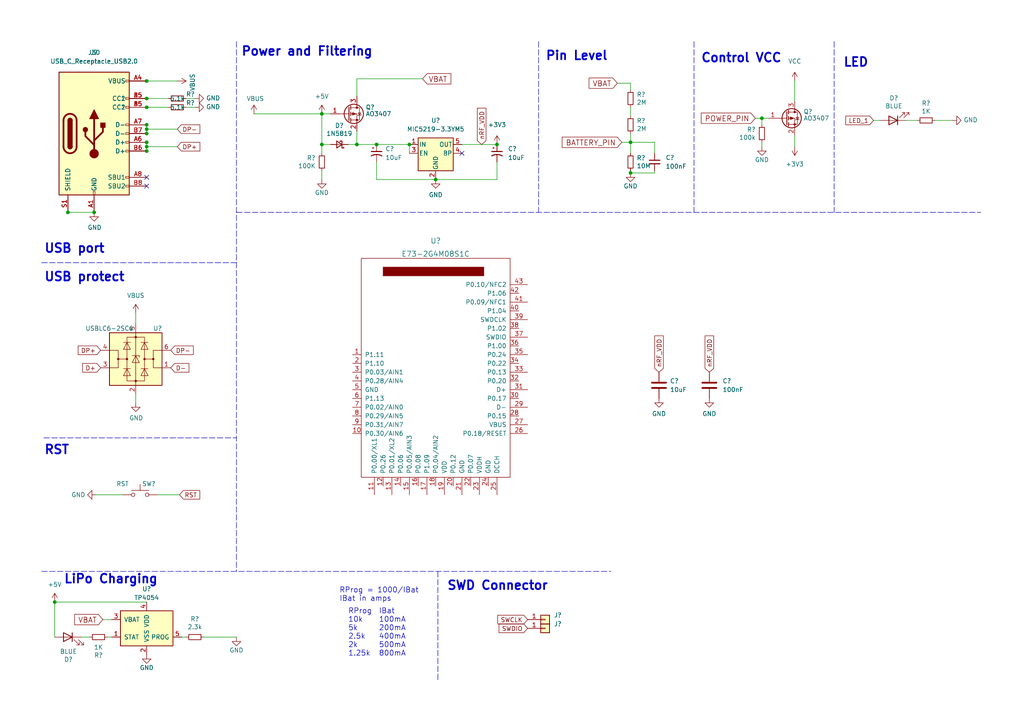
<source format=kicad_sch>
(kicad_sch (version 20211123) (generator eeschema)
  (paper "A4")
  (lib_symbols
    (symbol "Battery_Management:MCP73831-3-OT" (pin_names (offset 1.016))
      (property "Reference" "U" (at -7.62 6.35 0))
      (property "Value" "MCP73831-3-OT" (at 1.27 6.35 0))
      (symbol "MCP73831-3-OT_0_1"
        (rectangle (start -7.62 5.08) (end 7.62 -5.08) (stroke (width 0.254)) (fill (type background)))
      )
      (symbol "MCP73831-3-OT_1_1"
        (pin output line (at 10.16 -2.54 180) (length 2.54) (name "STAT") (number "1"))
        (pin power_in line (at 0 -7.62 90) (length 2.54) (name "VSS") (number "2"))
        (pin power_out line (at 10.16 2.54 180) (length 2.54) (name "VBAT") (number "3"))
        (pin power_in line (at 0 7.62 270) (length 2.54) (name "VDD") (number "4"))
        (pin input line (at -10.16 -2.54 0) (length 2.54) (name "PROG") (number "5"))
      )
    )
    (symbol "Connector:USB_C_Receptacle_USB2.0" (pin_names (offset 1.016))
      (property "Reference" "J" (at -10.16 19.05 0))
      (property "Value" "USB_C_Receptacle_USB2.0" (at 19.05 19.05 0))
      (symbol "USB_C_Receptacle_USB2.0_0_0"
        (rectangle (start -0.254 -17.78) (end 0.254 -16.764))
        (rectangle (start 10.16 -14.986) (end 9.144 -15.494))
        (rectangle (start 10.16 -12.446) (end 9.144 -12.954))
        (rectangle (start 10.16 -4.826) (end 9.144 -5.334))
        (rectangle (start 10.16 -2.286) (end 9.144 -2.794))
        (rectangle (start 10.16 0.254) (end 9.144 -0.254))
        (rectangle (start 10.16 2.794) (end 9.144 2.286))
        (rectangle (start 10.16 7.874) (end 9.144 7.366))
        (rectangle (start 10.16 10.414) (end 9.144 9.906))
        (rectangle (start 10.16 15.494) (end 9.144 14.986))
      )
      (symbol "USB_C_Receptacle_USB2.0_0_1"
        (rectangle (start -10.16 17.78) (end 10.16 -17.78) (stroke (width 0.254)) (fill (type background)))
        (arc (start -8.89 -3.81) (mid -6.985 -5.715) (end -5.08 -3.81) (stroke (width 0.508)))
        (arc (start -7.62 -3.81) (mid -6.985 -4.445) (end -6.35 -3.81) (stroke (width 0.254)))
        (arc (start -7.62 -3.81) (mid -6.985 -4.445) (end -6.35 -3.81) (stroke (width 0.254)) (fill (type outline)))
        (rectangle (start -7.62 -3.81) (end -6.35 3.81) (stroke (width 0.254)) (fill (type outline)))
        (arc (start -6.35 3.81) (mid -6.985 4.445) (end -7.62 3.81) (stroke (width 0.254)))
        (arc (start -6.35 3.81) (mid -6.985 4.445) (end -7.62 3.81) (stroke (width 0.254)) (fill (type outline)))
        (arc (start -5.08 3.81) (mid -6.985 5.715) (end -8.89 3.81) (stroke (width 0.508)))
        (circle (center -2.54 1.143) (radius 0.635) (stroke (width 0.254)) (fill (type outline)))
        (circle (center 0 -5.842) (radius 1.27) (fill (type outline)))
        (polyline (pts (xy -8.89 -3.81) (xy -8.89 3.81)) (stroke (width 0.508)))
        (polyline (pts (xy -5.08 3.81) (xy -5.08 -3.81)) (stroke (width 0.508)))
        (polyline (pts (xy 0 -5.842) (xy 0 4.318)) (stroke (width 0.508)))
        (polyline (pts (xy 0 -3.302) (xy -2.54 -0.762) (xy -2.54 0.508)) (stroke (width 0.508)))
        (polyline (pts (xy 0 -2.032) (xy 2.54 0.508) (xy 2.54 1.778)) (stroke (width 0.508)))
        (polyline (pts (xy -1.27 4.318) (xy 0 6.858) (xy 1.27 4.318) (xy -1.27 4.318)) (stroke (width 0.254)) (fill (type outline)))
        (rectangle (start 1.905 1.778) (end 3.175 3.048) (stroke (width 0.254)) (fill (type outline)))
      )
      (symbol "USB_C_Receptacle_USB2.0_1_1"
        (pin passive line (at 0 -22.86 90) (length 5.08) (name "GND") (number "A1"))
        (pin passive line (at 0 -22.86 90) (length 5.08) hide (name "GND") (number "A12"))
        (pin passive line (at 15.24 15.24 180) (length 5.08) (name "VBUS") (number "A4"))
        (pin bidirectional line (at 15.24 10.16 180) (length 5.08) (name "CC1") (number "A5"))
        (pin bidirectional line (at 15.24 -2.54 180) (length 5.08) (name "D+") (number "A6"))
        (pin bidirectional line (at 15.24 2.54 180) (length 5.08) (name "D-") (number "A7"))
        (pin bidirectional line (at 15.24 -12.7 180) (length 5.08) (name "SBU1") (number "A8"))
        (pin passive line (at 15.24 15.24 180) (length 5.08) hide (name "VBUS") (number "A9"))
        (pin passive line (at 0 -22.86 90) (length 5.08) hide (name "GND") (number "B1"))
        (pin passive line (at 0 -22.86 90) (length 5.08) hide (name "GND") (number "B12"))
        (pin passive line (at 15.24 15.24 180) (length 5.08) hide (name "VBUS") (number "B4"))
        (pin bidirectional line (at 15.24 7.62 180) (length 5.08) (name "CC2") (number "B5"))
        (pin bidirectional line (at 15.24 -5.08 180) (length 5.08) (name "D+") (number "B6"))
        (pin bidirectional line (at 15.24 0 180) (length 5.08) (name "D-") (number "B7"))
        (pin bidirectional line (at 15.24 -15.24 180) (length 5.08) (name "SBU2") (number "B8"))
        (pin passive line (at 15.24 15.24 180) (length 5.08) hide (name "VBUS") (number "B9"))
        (pin passive line (at -7.62 -22.86 90) (length 5.08) (name "SHIELD") (number "S1"))
      )
    )
    (symbol "Connector_Generic:Conn_01x01" (pin_names (offset 1.016) hide)
      (property "Reference" "J" (at 0 2.54 0))
      (property "Value" "Conn_01x01" (at 0 -2.54 0))
      (symbol "Conn_01x01_1_1"
        (rectangle (start -1.27 0.127) (end 0 -0.127) (stroke (width 0.1524)))
        (rectangle (start -1.27 1.27) (end 1.27 -1.27) (stroke (width 0.254)) (fill (type background)))
        (pin passive line (at -5.08 0 0) (length 3.81) (name "Pin_1") (number "1"))
      )
    )
    (symbol "Device:C" (pin_numbers hide) (pin_names (offset 0.254))
      (property "Reference" "C" (at 0.635 2.54 0))
      (property "Value" "C" (at 0.635 -2.54 0))
      (symbol "C_0_1"
        (polyline (pts (xy -2.032 -0.762) (xy 2.032 -0.762)) (stroke (width 0.508)))
        (polyline (pts (xy -2.032 0.762) (xy 2.032 0.762)) (stroke (width 0.508)))
      )
      (symbol "C_1_1"
        (pin passive line (at 0 3.81 270) (length 2.794) (name "~") (number "1"))
        (pin passive line (at 0 -3.81 90) (length 2.794) (name "~") (number "2"))
      )
    )
    (symbol "Device:C_Polarized_Small_US" (pin_numbers hide) (pin_names (offset 0.254) hide)
      (property "Reference" "C" (at 0.254 1.778 0))
      (property "Value" "C_Polarized_Small_US" (at 0.254 -2.032 0))
      (symbol "C_Polarized_Small_US_0_1"
        (polyline (pts (xy -1.524 0.508) (xy 1.524 0.508)) (stroke (width 0.3048)))
        (polyline (pts (xy -1.27 1.524) (xy -0.762 1.524)))
        (polyline (pts (xy -1.016 1.27) (xy -1.016 1.778)))
        (arc (start 1.524 -0.762) (mid 0 -0.3734) (end -1.524 -0.762) (stroke (width 0.3048)))
      )
      (symbol "C_Polarized_Small_US_1_1"
        (pin passive line (at 0 2.54 270) (length 2.032) (name "~") (number "1"))
        (pin passive line (at 0 -2.54 90) (length 2.032) (name "~") (number "2"))
      )
    )
    (symbol "Device:C_Small" (pin_numbers hide) (pin_names (offset 0.254) hide)
      (property "Reference" "C" (at 0.254 1.778 0))
      (property "Value" "C_Small" (at 0.254 -2.032 0))
      (symbol "C_Small_0_1"
        (polyline (pts (xy -1.524 -0.508) (xy 1.524 -0.508)) (stroke (width 0.3302)))
        (polyline (pts (xy -1.524 0.508) (xy 1.524 0.508)) (stroke (width 0.3048)))
      )
      (symbol "C_Small_1_1"
        (pin passive line (at 0 2.54 270) (length 2.032) (name "~") (number "1"))
        (pin passive line (at 0 -2.54 90) (length 2.032) (name "~") (number "2"))
      )
    )
    (symbol "Device:D_Schottky_Small" (pin_numbers hide) (pin_names (offset 0.254) hide)
      (property "Reference" "D" (at -1.27 2.032 0))
      (property "Value" "D_Schottky_Small" (at -7.112 -2.032 0))
      (symbol "D_Schottky_Small_0_1"
        (polyline (pts (xy -0.762 0) (xy 0.762 0)))
        (polyline (pts (xy 0.762 -1.016) (xy -0.762 0) (xy 0.762 1.016) (xy 0.762 -1.016)) (stroke (width 0.254)))
        (polyline (pts (xy -1.27 0.762) (xy -1.27 1.016) (xy -0.762 1.016) (xy -0.762 -1.016) (xy -0.254 -1.016) (xy -0.254 -0.762)) (stroke (width 0.254)))
      )
      (symbol "D_Schottky_Small_1_1"
        (pin passive line (at -2.54 0 0) (length 1.778) (name "K") (number "1"))
        (pin passive line (at 2.54 0 180) (length 1.778) (name "A") (number "2"))
      )
    )
    (symbol "Device:LED" (pin_numbers hide) (pin_names (offset 1.016) hide)
      (property "Reference" "D" (at 0 2.54 0))
      (property "Value" "LED" (at 0 -2.54 0))
      (symbol "LED_0_1"
        (polyline (pts (xy -1.27 -1.27) (xy -1.27 1.27)) (stroke (width 0.254)))
        (polyline (pts (xy -1.27 0) (xy 1.27 0)))
        (polyline (pts (xy 1.27 -1.27) (xy 1.27 1.27) (xy -1.27 0) (xy 1.27 -1.27)) (stroke (width 0.254)))
        (polyline (pts (xy -3.048 -0.762) (xy -4.572 -2.286) (xy -3.81 -2.286) (xy -4.572 -2.286) (xy -4.572 -1.524)))
        (polyline (pts (xy -1.778 -0.762) (xy -3.302 -2.286) (xy -2.54 -2.286) (xy -3.302 -2.286) (xy -3.302 -1.524)))
      )
      (symbol "LED_1_1"
        (pin passive line (at -3.81 0 0) (length 2.54) (name "K") (number "1"))
        (pin passive line (at 3.81 0 180) (length 2.54) (name "A") (number "2"))
      )
    )
    (symbol "Device:Q_PMOS_GSD" (pin_names (offset 0) hide)
      (property "Reference" "Q" (at 5.08 1.27 0))
      (property "Value" "Q_PMOS_GSD" (at 5.08 -1.27 0))
      (symbol "Q_PMOS_GSD_0_1"
        (polyline (pts (xy 0.254 0) (xy -2.54 0)))
        (polyline (pts (xy 0.254 1.905) (xy 0.254 -1.905)) (stroke (width 0.254)))
        (polyline (pts (xy 0.762 -1.27) (xy 0.762 -2.286)) (stroke (width 0.254)))
        (polyline (pts (xy 0.762 0.508) (xy 0.762 -0.508)) (stroke (width 0.254)))
        (polyline (pts (xy 0.762 2.286) (xy 0.762 1.27)) (stroke (width 0.254)))
        (polyline (pts (xy 2.54 2.54) (xy 2.54 1.778)))
        (polyline (pts (xy 2.54 -2.54) (xy 2.54 0) (xy 0.762 0)))
        (polyline (pts (xy 0.762 1.778) (xy 3.302 1.778) (xy 3.302 -1.778) (xy 0.762 -1.778)))
        (polyline (pts (xy 2.286 0) (xy 1.27 0.381) (xy 1.27 -0.381) (xy 2.286 0)) (fill (type outline)))
        (polyline (pts (xy 2.794 -0.508) (xy 2.921 -0.381) (xy 3.683 -0.381) (xy 3.81 -0.254)))
        (polyline (pts (xy 3.302 -0.381) (xy 2.921 0.254) (xy 3.683 0.254) (xy 3.302 -0.381)))
        (circle (center 1.651 0) (radius 2.794) (stroke (width 0.254)))
        (circle (center 2.54 -1.778) (radius 0.254) (fill (type outline)))
        (circle (center 2.54 1.778) (radius 0.254) (fill (type outline)))
      )
      (symbol "Q_PMOS_GSD_1_1"
        (pin input line (at -5.08 0 0) (length 2.54) (name "G") (number "1"))
        (pin passive line (at 2.54 -5.08 90) (length 2.54) (name "S") (number "2"))
        (pin passive line (at 2.54 5.08 270) (length 2.54) (name "D") (number "3"))
      )
    )
    (symbol "Device:R_Small" (pin_numbers hide) (pin_names (offset 0.254) hide)
      (property "Reference" "R" (at 0.762 0.508 0))
      (property "Value" "R_Small" (at 0.762 -1.016 0))
      (symbol "R_Small_0_1"
        (rectangle (start -0.762 1.778) (end 0.762 -1.778) (stroke (width 0.2032)))
      )
      (symbol "R_Small_1_1"
        (pin passive line (at 0 2.54 270) (length 0.762) (name "~") (number "1"))
        (pin passive line (at 0 -2.54 90) (length 0.762) (name "~") (number "2"))
      )
    )
    (symbol "Power_Protection:USBLC6-2SC6" (pin_names hide)
      (property "Reference" "U" (at 2.54 8.89 0))
      (property "Value" "USBLC6-2SC6" (at 2.54 -8.89 0))
      (symbol "USBLC6-2SC6_0_1"
        (rectangle (start -7.62 -7.62) (end 7.62 7.62) (stroke (width 0.254)) (fill (type background)))
        (circle (center -5.08 0) (radius 0.254) (fill (type outline)))
        (circle (center -2.54 0) (radius 0.254) (fill (type outline)))
        (rectangle (start -2.54 6.35) (end 2.54 -6.35))
        (circle (center 0 -6.35) (radius 0.254) (fill (type outline)))
        (polyline (pts (xy -5.08 -2.54) (xy -7.62 -2.54)))
        (polyline (pts (xy -5.08 0) (xy -5.08 -2.54)))
        (polyline (pts (xy -5.08 2.54) (xy -7.62 2.54)))
        (polyline (pts (xy -1.524 -2.794) (xy -3.556 -2.794)))
        (polyline (pts (xy -1.524 4.826) (xy -3.556 4.826)))
        (polyline (pts (xy 0 -7.62) (xy 0 -6.35)))
        (polyline (pts (xy 0 -6.35) (xy 0 1.27)))
        (polyline (pts (xy 0 1.27) (xy 0 6.35)))
        (polyline (pts (xy 0 6.35) (xy 0 7.62)))
        (polyline (pts (xy 1.524 -2.794) (xy 3.556 -2.794)))
        (polyline (pts (xy 1.524 4.826) (xy 3.556 4.826)))
        (polyline (pts (xy 5.08 -2.54) (xy 7.62 -2.54)))
        (polyline (pts (xy 5.08 0) (xy 5.08 -2.54)))
        (polyline (pts (xy 5.08 2.54) (xy 7.62 2.54)))
        (polyline (pts (xy -2.54 0) (xy -5.08 0) (xy -5.08 2.54)))
        (polyline (pts (xy 2.54 0) (xy 5.08 0) (xy 5.08 2.54)))
        (polyline (pts (xy -3.556 -4.826) (xy -1.524 -4.826) (xy -2.54 -2.794) (xy -3.556 -4.826)))
        (polyline (pts (xy -3.556 2.794) (xy -1.524 2.794) (xy -2.54 4.826) (xy -3.556 2.794)))
        (polyline (pts (xy -1.016 -1.016) (xy 1.016 -1.016) (xy 0 1.016) (xy -1.016 -1.016)))
        (polyline (pts (xy 1.016 1.016) (xy 0.762 1.016) (xy -1.016 1.016) (xy -1.016 0.508)))
        (polyline (pts (xy 3.556 -4.826) (xy 1.524 -4.826) (xy 2.54 -2.794) (xy 3.556 -4.826)))
        (polyline (pts (xy 3.556 2.794) (xy 1.524 2.794) (xy 2.54 4.826) (xy 3.556 2.794)))
        (circle (center 0 6.35) (radius 0.254) (fill (type outline)))
        (circle (center 2.54 0) (radius 0.254) (fill (type outline)))
        (circle (center 5.08 0) (radius 0.254) (fill (type outline)))
      )
      (symbol "USBLC6-2SC6_1_1"
        (pin passive line (at -10.16 -2.54 0) (length 2.54) (name "I/O1") (number "1"))
        (pin passive line (at 0 -10.16 90) (length 2.54) (name "GND") (number "2"))
        (pin passive line (at 10.16 -2.54 180) (length 2.54) (name "I/O2") (number "3"))
        (pin passive line (at 10.16 2.54 180) (length 2.54) (name "I/O2") (number "4"))
        (pin passive line (at 0 10.16 270) (length 2.54) (name "VBUS") (number "5"))
        (pin passive line (at -10.16 2.54 0) (length 2.54) (name "I/O1") (number "6"))
      )
    )
    (symbol "Regulator_Linear:MIC5219-3.3YM5" (pin_names (offset 0.254))
      (property "Reference" "U" (at -3.81 5.715 0))
      (property "Value" "MIC5219-3.3YM5" (at 0 5.715 0))
      (symbol "MIC5219-3.3YM5_0_1"
        (rectangle (start -5.08 4.445) (end 5.08 -5.08) (stroke (width 0.254)) (fill (type background)))
      )
      (symbol "MIC5219-3.3YM5_1_1"
        (pin power_in line (at -7.62 2.54 0) (length 2.54) (name "IN") (number "1"))
        (pin power_in line (at 0 -7.62 90) (length 2.54) (name "GND") (number "2"))
        (pin input line (at -7.62 0 0) (length 2.54) (name "EN") (number "3"))
        (pin input line (at 7.62 0 180) (length 2.54) (name "BP") (number "4"))
        (pin power_out line (at 7.62 2.54 180) (length 2.54) (name "OUT") (number "5"))
      )
    )
    (symbol "Switch:SW_Push" (pin_numbers hide) (pin_names (offset 1.016) hide)
      (property "Reference" "SW" (at 1.27 2.54 0))
      (property "Value" "SW_Push" (at 0 -1.524 0))
      (symbol "SW_Push_0_1"
        (circle (center -2.032 0) (radius 0.508))
        (polyline (pts (xy 0 1.27) (xy 0 3.048)))
        (polyline (pts (xy 2.54 1.27) (xy -2.54 1.27)))
        (circle (center 2.032 0) (radius 0.508))
        (pin passive line (at -5.08 0 0) (length 2.54) (name "1") (number "1"))
        (pin passive line (at 5.08 0 180) (length 2.54) (name "2") (number "2"))
      )
    )
    (symbol "USB_C_Receptacle_USB2.0_1" (pin_names (offset 1.016))
      (property "Reference" "J30" (at 0 23.495 0))
      (property "Value" "USB_C_Receptacle_USB2.0" (at 0 20.955 0))
      (symbol "USB_C_Receptacle_USB2.0_1_0_0"
        (rectangle (start -0.254 -17.78) (end 0.254 -16.764))
        (rectangle (start 10.16 -14.986) (end 9.144 -15.494))
        (rectangle (start 10.16 -12.446) (end 9.144 -12.954))
        (rectangle (start 10.16 -4.826) (end 9.144 -5.334))
        (rectangle (start 10.16 -2.286) (end 9.144 -2.794))
        (rectangle (start 10.16 0.254) (end 9.144 -0.254))
        (rectangle (start 10.16 2.794) (end 9.144 2.286))
        (rectangle (start 10.16 7.874) (end 9.144 7.366))
        (rectangle (start 10.16 10.414) (end 9.144 9.906))
        (rectangle (start 10.16 15.494) (end 9.144 14.986))
      )
      (symbol "USB_C_Receptacle_USB2.0_1_0_1"
        (rectangle (start -10.16 17.78) (end 10.16 -17.78) (stroke (width 0.254)) (fill (type background)))
        (arc (start -8.89 -3.81) (mid -6.985 -5.715) (end -5.08 -3.81) (stroke (width 0.508)))
        (arc (start -7.62 -3.81) (mid -6.985 -4.445) (end -6.35 -3.81) (stroke (width 0.254)))
        (arc (start -7.62 -3.81) (mid -6.985 -4.445) (end -6.35 -3.81) (stroke (width 0.254)) (fill (type outline)))
        (rectangle (start -7.62 -3.81) (end -6.35 3.81) (stroke (width 0.254)) (fill (type outline)))
        (arc (start -6.35 3.81) (mid -6.985 4.445) (end -7.62 3.81) (stroke (width 0.254)))
        (arc (start -6.35 3.81) (mid -6.985 4.445) (end -7.62 3.81) (stroke (width 0.254)) (fill (type outline)))
        (arc (start -5.08 3.81) (mid -6.985 5.715) (end -8.89 3.81) (stroke (width 0.508)))
        (circle (center -2.54 1.143) (radius 0.635) (stroke (width 0.254)) (fill (type outline)))
        (circle (center 0 -5.842) (radius 1.27) (fill (type outline)))
        (polyline (pts (xy -8.89 -3.81) (xy -8.89 3.81)) (stroke (width 0.508)))
        (polyline (pts (xy -5.08 3.81) (xy -5.08 -3.81)) (stroke (width 0.508)))
        (polyline (pts (xy 0 -5.842) (xy 0 4.318)) (stroke (width 0.508)))
        (polyline (pts (xy 0 -3.302) (xy -2.54 -0.762) (xy -2.54 0.508)) (stroke (width 0.508)))
        (polyline (pts (xy 0 -2.032) (xy 2.54 0.508) (xy 2.54 1.778)) (stroke (width 0.508)))
        (polyline (pts (xy -1.27 4.318) (xy 0 6.858) (xy 1.27 4.318) (xy -1.27 4.318)) (stroke (width 0.254)) (fill (type outline)))
        (rectangle (start 1.905 1.778) (end 3.175 3.048) (stroke (width 0.254)) (fill (type outline)))
      )
      (symbol "USB_C_Receptacle_USB2.0_1_1_1"
        (pin passive line (at 0 -22.86 90) (length 5.08) (name "GND") (number "A1"))
        (pin passive line (at 0 -22.86 90) (length 5.08) hide (name "GND") (number "A12"))
        (pin passive line (at 15.24 15.24 180) (length 5.08) (name "VBUS") (number "A4"))
        (pin bidirectional line (at 15.24 7.62 180) (length 5.08) (name "CC1") (number "A5"))
        (pin bidirectional line (at 15.24 -2.54 180) (length 5.08) (name "D+") (number "A6"))
        (pin bidirectional line (at 15.24 2.54 180) (length 5.08) (name "D-") (number "A7"))
        (pin passive line (at 15.24 15.24 180) (length 5.08) hide (name "VBUS") (number "A9"))
        (pin passive line (at 0 -22.86 90) (length 5.08) hide (name "GND") (number "B1"))
        (pin passive line (at 0 -22.86 90) (length 5.08) hide (name "GND") (number "B12"))
        (pin passive line (at 15.24 15.24 180) (length 5.08) hide (name "VBUS") (number "B4"))
        (pin bidirectional line (at 15.24 10.16 180) (length 5.08) (name "CC2") (number "B5"))
        (pin bidirectional line (at 15.24 -5.08 180) (length 5.08) (name "D+") (number "B6"))
        (pin bidirectional line (at 15.24 0 180) (length 5.08) (name "D-") (number "B7"))
        (pin passive line (at 15.24 15.24 180) (length 5.08) hide (name "VBUS") (number "B9"))
        (pin passive line (at -7.62 -22.86 90) (length 5.08) (name "SHIELD") (number "S1"))
      )
    )
    (symbol "keeb_parts:R_Small" (pin_numbers hide) (pin_names (offset 0.254) hide)
      (property "Reference" "R" (at 0.762 0.508 0))
      (property "Value" "keeb_parts_R_Small" (at 0.762 -1.016 0))
      (symbol "R_Small_0_1"
        (rectangle (start -0.762 1.778) (end 0.762 -1.778) (stroke (width 0.2032)))
      )
      (symbol "R_Small_1_1"
        (pin passive line (at 0 2.54 270) (length 0.762) (name "~") (number "1"))
        (pin passive line (at 0 -2.54 90) (length 0.762) (name "~") (number "2"))
      )
    )
    (symbol "keeb_power:GND" (power) (pin_names (offset 0))
      (property "Value" "keeb_power_GND" (at 0 -3.81 0))
      (symbol "GND_0_1"
        (polyline (pts (xy 0 0) (xy 0 -1.27) (xy 1.27 -1.27) (xy 0 -2.54) (xy -1.27 -1.27) (xy 0 -1.27)))
      )
      (symbol "GND_1_1"
        (pin power_in line (at 0 0 270) (length 0) hide (name "GND") (number "1"))
      )
    )
    (symbol "keeb_power:VBUS" (power) (pin_names (offset 0))
      (property "Value" "keeb_power_VBUS" (at 0 3.81 0))
      (symbol "VBUS_0_1"
        (polyline (pts (xy -0.762 1.27) (xy 0 2.54)))
        (polyline (pts (xy 0 0) (xy 0 2.54)))
        (polyline (pts (xy 0 2.54) (xy 0.762 1.27)))
      )
      (symbol "VBUS_1_1"
        (pin power_in line (at 0 0 90) (length 0) hide (name "VBUS") (number "1"))
      )
    )
    (symbol "kien242:E73-2G4M08S1C" (pin_names (offset 1.016))
      (property "Reference" "U" (at 0 15.24 0))
      (property "Value" "E73-2G4M08S1C" (at -1.27 17.78 0))
      (symbol "E73-2G4M08S1C_0_1"
        (rectangle (start -15.24 30.48) (end 13.97 27.94) (fill (type outline)))
        (rectangle (start 21.59 -30.48) (end -21.59 33.02))
      )
      (symbol "E73-2G4M08S1C_1_1"
        (pin input line (at -24.13 5.08 0) (length 2.54) (name "P1.11") (number "1"))
        (pin input line (at -24.13 -17.78 0) (length 2.54) (name "P0.30/AIN6") (number "10"))
        (pin input line (at -17.78 -35.56 90) (length 5.08) (name "P0.00/XL1") (number "11"))
        (pin input line (at -15.24 -33.02 90) (length 2.54) (name "P0.26") (number "12"))
        (pin input line (at -12.7 -35.56 90) (length 5.08) (name "P0.01/XL2") (number "13"))
        (pin input line (at -10.16 -33.02 90) (length 2.54) (name "P0.06") (number "14"))
        (pin input line (at -7.62 -35.56 90) (length 5.08) (name "P0.05/AIN3") (number "15"))
        (pin input line (at -5.08 -33.02 90) (length 2.54) (name "P0.08") (number "16"))
        (pin input line (at -2.54 -35.56 90) (length 5.08) (name "P1.09") (number "17"))
        (pin input line (at 0 -33.02 90) (length 2.54) (name "P0.04/AIN2") (number "18"))
        (pin input line (at 2.54 -35.56 90) (length 5.08) (name "VDD") (number "19"))
        (pin input line (at -24.13 2.54 0) (length 2.54) (name "P1.10") (number "2"))
        (pin input line (at 5.08 -33.02 90) (length 2.54) (name "P0.12") (number "20"))
        (pin input line (at 7.62 -35.56 90) (length 5.08) (name "GND") (number "21"))
        (pin input line (at 10.16 -33.02 90) (length 2.54) (name "P0.07") (number "22"))
        (pin input line (at 12.7 -35.56 90) (length 5.08) (name "VDDH") (number "23"))
        (pin input line (at 15.24 -33.02 90) (length 2.54) (name "GND") (number "24"))
        (pin input line (at 17.78 -35.56 90) (length 5.08) (name "DCCH") (number "25"))
        (pin input line (at 26.67 -17.78 180) (length 5.08) (name "P0.18/RESET") (number "26"))
        (pin input line (at 26.67 -15.24 180) (length 5.08) (name "VBUS") (number "27"))
        (pin input line (at 24.13 -12.7 180) (length 2.54) (name "P0.15") (number "28"))
        (pin input line (at 26.67 -10.16 180) (length 5.08) (name "D-") (number "29"))
        (pin input line (at -24.13 0 0) (length 2.54) (name "P0.03/AIN1") (number "3"))
        (pin input line (at 24.13 -7.62 180) (length 2.54) (name "P0.17") (number "30"))
        (pin input line (at 26.67 -5.08 180) (length 5.08) (name "D+") (number "31"))
        (pin input line (at 24.13 -2.54 180) (length 2.54) (name "P0.20") (number "32"))
        (pin input line (at 26.67 0 180) (length 5.08) (name "P0.13") (number "33"))
        (pin input line (at 24.13 2.54 180) (length 2.54) (name "P0.22") (number "34"))
        (pin input line (at 26.67 5.08 180) (length 5.08) (name "P0.24") (number "35"))
        (pin input line (at 24.13 7.62 180) (length 2.54) (name "P1.00") (number "36"))
        (pin input line (at 26.67 10.16 180) (length 5.08) (name "SWDIO") (number "37"))
        (pin input line (at 24.13 12.7 180) (length 2.54) (name "P1.02") (number "38"))
        (pin input line (at 26.67 15.24 180) (length 5.08) (name "SWDCLK") (number "39"))
        (pin input line (at -24.13 -2.54 0) (length 2.54) (name "P0.28/AIN4") (number "4"))
        (pin input line (at 24.13 17.78 180) (length 2.54) (name "P1.04") (number "40"))
        (pin input line (at 26.67 20.32 180) (length 5.08) (name "P0.09/NFC1") (number "41"))
        (pin input line (at 24.13 22.86 180) (length 2.54) (name "P1.06") (number "42"))
        (pin input line (at 26.67 25.4 180) (length 5.08) (name "P0.10/NFC2") (number "43"))
        (pin input line (at -24.13 -5.08 0) (length 2.54) (name "GND") (number "5"))
        (pin input line (at -24.13 -7.62 0) (length 2.54) (name "P1.13") (number "6"))
        (pin input line (at -24.13 -10.16 0) (length 2.54) (name "P0.02/AIN0") (number "7"))
        (pin input line (at -24.13 -12.7 0) (length 2.54) (name "P0.29/AIN5") (number "8"))
        (pin input line (at -24.13 -15.24 0) (length 2.54) (name "P0.31/AIN7") (number "9"))
      )
    )
    (symbol "power:+3.3V" (power) (pin_names (offset 0))
      (property "Value" "+3.3V" (at 0 3.556 0))
      (symbol "+3.3V_0_1"
        (polyline (pts (xy -0.762 1.27) (xy 0 2.54)))
        (polyline (pts (xy 0 0) (xy 0 2.54)))
        (polyline (pts (xy 0 2.54) (xy 0.762 1.27)))
      )
      (symbol "+3.3V_1_1"
        (pin power_in line (at 0 0 90) (length 0) hide (name "+3V3") (number "1"))
      )
    )
    (symbol "power:+5V" (power) (pin_names (offset 0))
      (property "Value" "+5V" (at 0 3.556 0))
      (symbol "+5V_0_1"
        (polyline (pts (xy -0.762 1.27) (xy 0 2.54)))
        (polyline (pts (xy 0 0) (xy 0 2.54)))
        (polyline (pts (xy 0 2.54) (xy 0.762 1.27)))
      )
      (symbol "+5V_1_1"
        (pin power_in line (at 0 0 90) (length 0) hide (name "+5V") (number "1"))
      )
    )
    (symbol "power:GND" (power) (pin_names (offset 0))
      (property "Value" "GND" (at 0 -3.81 0))
      (symbol "GND_0_1"
        (polyline (pts (xy 0 0) (xy 0 -1.27) (xy 1.27 -1.27) (xy 0 -2.54) (xy -1.27 -1.27) (xy 0 -1.27)))
      )
      (symbol "GND_1_1"
        (pin power_in line (at 0 0 270) (length 0) hide (name "GND") (number "1"))
      )
    )
    (symbol "power:VBUS" (power) (pin_names (offset 0))
      (property "Value" "VBUS" (at 0 3.81 0))
      (symbol "VBUS_0_1"
        (polyline (pts (xy -0.762 1.27) (xy 0 2.54)))
        (polyline (pts (xy 0 0) (xy 0 2.54)))
        (polyline (pts (xy 0 2.54) (xy 0.762 1.27)))
      )
      (symbol "VBUS_1_1"
        (pin power_in line (at 0 0 90) (length 0) hide (name "VBUS") (number "1"))
      )
    )
    (symbol "power:VCC" (power) (pin_names (offset 0))
      (property "Value" "VCC" (at 0 3.81 0))
      (symbol "VCC_0_1"
        (polyline (pts (xy -0.762 1.27) (xy 0 2.54)))
        (polyline (pts (xy 0 0) (xy 0 2.54)))
        (polyline (pts (xy 0 2.54) (xy 0.762 1.27)))
      )
      (symbol "VCC_1_1"
        (pin power_in line (at 0 0 90) (length 0) hide (name "VCC") (number "1"))
      )
    )
  )
  (junction (at 93.345 33.02) (diameter 0.9144))
  (junction (at 42.545 42.545))
  (junction (at 42.545 23.495))
  (junction (at 42.545 31.115))
  (junction (at 126.365 52.07))
  (junction (at 93.345 41.91) (diameter 0.9144))
  (junction (at 144.145 41.91))
  (junction (at 42.545 37.465))
  (junction (at 182.88 50.165))
  (junction (at 182.88 41.275) (diameter 0.9144))
  (junction (at 42.545 38.735))
  (junction (at 103.505 41.91) (diameter 0.9144))
  (junction (at 109.22 41.91))
  (junction (at 42.545 36.195))
  (junction (at 27.305 61.595))
  (junction (at 42.545 41.275))
  (junction (at 118.745 41.91))
  (junction (at 42.545 43.815))
  (junction (at 19.685 61.595))
  (junction (at 15.875 174.625) (diameter 0.9144))
  (junction (at 42.545 28.575))
  (junction (at 220.98 34.29) (diameter 0.9144))
  (no_connect (at 42.545 53.975))
  (no_connect (at 42.545 51.435))
  (no_connect (at 133.985 44.45))
  (wire (pts (xy 42.545 28.575) (xy 48.895 28.575)))
  (polyline (pts (xy 201.295 12.065) (xy 201.295 61.595)))
  (wire (pts (xy 59.055 184.785) (xy 68.58 184.785)))
  (wire (pts (xy 253.365 34.925) (xy 255.27 34.925)))
  (wire (pts (xy 133.985 41.91) (xy 144.145 41.91)))
  (wire (pts (xy 182.88 41.275) (xy 189.865 41.275)))
  (wire (pts (xy 179.07 24.13) (xy 182.88 24.13)))
  (polyline (pts (xy 12.7 127) (xy 68.58 127)))
  (wire (pts (xy 182.88 31.115) (xy 182.88 33.655)))
  (wire (pts (xy 19.685 61.595) (xy 27.305 61.595)))
  (wire (pts (xy 56.515 31.115) (xy 53.975 31.115)))
  (wire (pts (xy 51.435 23.495) (xy 42.545 23.495)))
  (wire (pts (xy 103.505 41.91) (xy 109.22 41.91)))
  (wire (pts (xy 109.22 52.07) (xy 126.365 52.07)))
  (wire (pts (xy 93.345 41.91) (xy 95.885 41.91)))
  (wire (pts (xy 73.66 33.02) (xy 93.345 33.02)))
  (wire (pts (xy 103.505 22.86) (xy 122.555 22.86)))
  (wire (pts (xy 39.37 116.84) (xy 39.37 114.3)))
  (wire (pts (xy 42.545 37.465) (xy 42.545 38.735)))
  (wire (pts (xy 31.115 184.785) (xy 32.385 184.785)))
  (wire (pts (xy 15.875 174.625) (xy 15.875 184.785)))
  (wire (pts (xy 220.98 34.29) (xy 222.885 34.29)))
  (wire (pts (xy 42.545 41.275) (xy 42.545 42.545)))
  (polyline (pts (xy 12.065 165.735) (xy 177.165 165.735)))
  (wire (pts (xy 262.89 34.925) (xy 266.065 34.925)))
  (wire (pts (xy 23.495 184.785) (xy 26.035 184.785)))
  (polyline (pts (xy 127 165.735) (xy 127 197.485)))
  (wire (pts (xy 230.505 23.495) (xy 230.505 29.21)))
  (wire (pts (xy 182.88 41.275) (xy 182.88 44.45)))
  (wire (pts (xy 144.145 52.07) (xy 126.365 52.07)))
  (wire (pts (xy 93.345 33.02) (xy 95.885 33.02)))
  (wire (pts (xy 93.345 41.91) (xy 93.345 33.02)))
  (wire (pts (xy 42.545 42.545) (xy 42.545 43.815)))
  (wire (pts (xy 219.075 34.29) (xy 220.98 34.29)))
  (wire (pts (xy 144.145 46.99) (xy 144.145 52.07)))
  (polyline (pts (xy 68.58 12.065) (xy 68.58 165.735)))
  (polyline (pts (xy 12.065 76.2) (xy 68.58 76.2)))
  (wire (pts (xy 271.145 34.925) (xy 276.225 34.925)))
  (wire (pts (xy 42.545 42.545) (xy 51.435 42.545)))
  (wire (pts (xy 53.975 28.575) (xy 56.515 28.575)))
  (wire (pts (xy 118.745 41.91) (xy 118.745 44.45)))
  (wire (pts (xy 42.545 31.115) (xy 48.895 31.115)))
  (wire (pts (xy 182.88 50.165) (xy 189.865 50.165)))
  (wire (pts (xy 51.435 37.465) (xy 42.545 37.465)))
  (wire (pts (xy 182.88 38.735) (xy 182.88 41.275)))
  (wire (pts (xy 230.505 42.545) (xy 230.505 39.37)))
  (wire (pts (xy 93.345 44.45) (xy 93.345 41.91)))
  (wire (pts (xy 39.37 90.805) (xy 39.37 93.98)))
  (wire (pts (xy 109.22 41.91) (xy 118.745 41.91)))
  (polyline (pts (xy 241.935 12.065) (xy 241.935 61.595)))
  (wire (pts (xy 182.88 24.13) (xy 182.88 26.035)))
  (wire (pts (xy 27.94 143.51) (xy 35.56 143.51)))
  (wire (pts (xy 52.07 143.51) (xy 45.72 143.51)))
  (wire (pts (xy 180.34 41.275) (xy 182.88 41.275)))
  (wire (pts (xy 42.545 36.195) (xy 42.545 37.465)))
  (wire (pts (xy 109.22 46.99) (xy 109.22 52.07)))
  (wire (pts (xy 100.965 41.91) (xy 103.505 41.91)))
  (wire (pts (xy 29.845 179.705) (xy 32.385 179.705)))
  (wire (pts (xy 93.345 52.07) (xy 93.345 49.53)))
  (wire (pts (xy 103.505 38.1) (xy 103.505 41.91)))
  (wire (pts (xy 220.98 42.545) (xy 220.98 41.275)))
  (wire (pts (xy 103.505 22.86) (xy 103.505 27.94)))
  (wire (pts (xy 189.865 50.165) (xy 189.865 49.53)))
  (wire (pts (xy 220.98 36.195) (xy 220.98 34.29)))
  (wire (pts (xy 15.875 174.625) (xy 42.545 174.625)))
  (wire (pts (xy 182.88 50.165) (xy 182.88 49.53)))
  (wire (pts (xy 52.705 184.785) (xy 53.975 184.785)))
  (polyline (pts (xy 156.21 12.065) (xy 156.21 61.595)))
  (polyline (pts (xy 68.58 61.595) (xy 284.48 61.595)))
  (wire (pts (xy 189.865 41.275) (xy 189.865 44.45)))
  (text "SWD Connector" (at 129.54 171.45 0) (effects (font (size 2.54 2.54) (thickness 0.508) bold) (justify left bottom)))
  (text "Pin Level" (at 158.115 17.78 0) (effects (font (size 2.54 2.54) (thickness 0.508) bold) (justify left bottom)))
  (text "IBat\n100mA\n200mA\n400mA\n500mA\n800mA" (at 109.855 190.5 0) (effects (font (size 1.524 1.524)) (justify left bottom)))
  (text "USB port\n" (at 12.7 73.66 0) (effects (font (size 2.54 2.54) (thickness 0.508) bold) (justify left bottom)))
  (text "RProg\n10k\n5k\n2.5k\n2k\n1.25k" (at 100.965 190.5 0) (effects (font (size 1.524 1.524)) (justify left bottom)))
  (text "USB protect\n" (at 12.7 81.915 0) (effects (font (size 2.54 2.54) (thickness 0.508) bold) (justify left bottom)))
  (text "LED \n" (at 244.475 19.685 0) (effects (font (size 2.54 2.54) (thickness 0.508) bold) (justify left bottom)))
  (text "Power and Filtering" (at 69.85 16.51 0) (effects (font (size 2.54 2.54) (thickness 0.508) bold) (justify left bottom)))
  (text "Control VCC\n" (at 203.2 18.415 0) (effects (font (size 2.54 2.54) (thickness 0.508) bold) (justify left bottom)))
  (text "LiPo Charging\n" (at 18.415 169.545 0) (effects (font (size 2.54 2.54) (thickness 0.508) bold) (justify left bottom)))
  (text "RProg = 1000/IBat\nIBat in amps" (at 98.425 174.625 0) (effects (font (size 1.524 1.524)) (justify left bottom)))
  (text "RST" (at 12.7 132.08 0) (effects (font (size 2.54 2.54) (thickness 0.508) bold) (justify left bottom)))
  (global_label "DP+" (shape input) (at 51.435 42.545 0) (property "Intersheet References" "${INTERSHEET_REFS}" (effects hide)))
  (global_label "VBAT" (shape input) (at 122.555 22.86 0) (effects (font (size 1.524 1.524))) (property "Intersheet References" "${INTERSHEET_REFS}" (effects hide)))
  (global_label "VBAT" (shape input) (at 29.845 179.705 180) (effects (font (size 1.524 1.524))) (property "Intersheet References" "${INTERSHEET_REFS}" (effects hide)))
  (global_label "nRF_VDD" (shape input) (at 205.74 107.95 90) (property "Intersheet References" "${INTERSHEET_REFS}" (effects hide)))
  (global_label "nRF_VDD" (shape input) (at 191.135 107.95 90) (property "Intersheet References" "${INTERSHEET_REFS}" (effects hide)))
  (global_label "DP+" (shape input) (at 29.21 101.6 180) (property "Intersheet References" "${INTERSHEET_REFS}" (effects hide)))
  (global_label "VBAT" (shape input) (at 179.07 24.13 180) (effects (font (size 1.524 1.524))) (property "Intersheet References" "${INTERSHEET_REFS}" (effects hide)))
  (global_label "SWDIO" (shape input) (at 153.035 182.245 180) (property "Intersheet References" "${INTERSHEET_REFS}" (effects hide)))
  (global_label "SWCLK" (shape input) (at 153.035 179.705 180) (property "Intersheet References" "${INTERSHEET_REFS}" (effects hide)))
  (global_label "LED_1" (shape input) (at 253.365 34.925 180) (property "Intersheet References" "${INTERSHEET_REFS}" (effects hide)))
  (global_label "nRF_VDD" (shape input) (at 139.7 41.91 90) (property "Intersheet References" "${INTERSHEET_REFS}" (effects hide)))
  (global_label "DP-" (shape input) (at 49.53 101.6 0) (property "Intersheet References" "${INTERSHEET_REFS}" (effects hide)))
  (global_label "D+" (shape input) (at 29.21 106.68 180) (property "Intersheet References" "${INTERSHEET_REFS}" (effects hide)))
  (global_label "D-" (shape input) (at 49.53 106.68 0) (property "Intersheet References" "${INTERSHEET_REFS}" (effects hide)))
  (global_label "POWER_PIN" (shape input) (at 219.075 34.29 180) (effects (font (size 1.524 1.524))) (property "Intersheet References" "${INTERSHEET_REFS}" (effects hide)))
  (global_label "RST" (shape input) (at 52.07 143.51 0) (property "Intersheet References" "${INTERSHEET_REFS}" (effects hide)))
  (global_label "BATTERY_PIN" (shape input) (at 180.34 41.275 180) (effects (font (size 1.524 1.524))) (property "Intersheet References" "${INTERSHEET_REFS}" (effects hide)))
  (global_label "DP-" (shape input) (at 51.435 37.465 0) (property "Intersheet References" "${INTERSHEET_REFS}" (effects hide)))
  (symbol (lib_id "power:VBUS") (at 39.37 90.805 0) (unit 1)
    (property "Reference" "#PWR?" (effects hide))
    (property "Value" "VBUS" (at 39.37 85.725 0))
  )
  (symbol (lib_id "Device:R_Small") (at 56.515 184.785 90) (mirror x) (unit 1)
    (property "Reference" "R?" (at 56.515 179.5272 90))
    (property "Value" "2.3k" (at 56.515 181.8386 90))
    (property "Footprint" "Resistor_SMD:R_0603_1608Metric" (effects hide))
  )
  (symbol (lib_id "keeb_power:GND") (at 56.515 28.575 90) (unit 1)
    (property "Reference" "#PWR?" (effects hide))
    (property "Value" "GND" (at 59.7662 28.448 90) (effects (justify right)))
  )
  (symbol (lib_id "Device:C") (at 205.74 111.76 0) (unit 1)
    (property "Reference" "C?" (at 209.55 110.4899 0) (effects (justify left)))
    (property "Value" "100nF" (at 209.55 113.0299 0) (effects (justify left)))
    (property "Footprint" "Capacitor_SMD:C_0603_1608Metric" (effects hide))
  )
  (symbol (lib_id "Device:R_Small") (at 182.88 46.99 0) (unit 1)
    (property "Reference" "R?" (at 184.658 45.8216 0) (effects (justify left)))
    (property "Value" "10M" (at 184.658 48.133 0) (effects (justify left)))
    (property "Footprint" "Resistor_SMD:R_0603_1608Metric" (effects hide))
  )
  (symbol (lib_id "power:+5V") (at 15.875 174.625 0) (unit 1)
    (property "Reference" "#PWR?" (effects hide))
    (property "Value" "+5V" (at 15.875 169.545 0))
  )
  (symbol (lib_id "Device:Q_PMOS_GSD") (at 227.965 34.29 0) (unit 1)
    (property "Reference" "Q?" (at 233.045 32.385 0) (effects (justify left)))
    (property "Value" "AO3407" (at 233.045 34.29 0) (effects (justify left)))
    (property "Footprint" "Package_TO_SOT_SMD:SOT-23" (effects hide))
  )
  (symbol (lib_id "Connector_Generic:Conn_01x01") (at 158.115 179.705 0) (unit 1)
    (property "Reference" "J?" (at 160.655 178.4349 0) (effects (justify left)))
    (property "Value" " " (at 160.655 180.9749 0) (effects (justify left)))
    (property "Footprint" "TestPoint:TestPoint_Pad_1.5x1.5mm" (effects hide))
  )
  (symbol (lib_id "Device:R_Small") (at 93.345 46.99 0) (mirror y) (unit 1)
    (property "Reference" "R?" (at 91.567 45.8216 0) (effects (justify left)))
    (property "Value" "100K" (at 91.567 48.133 0) (effects (justify left)))
    (property "Footprint" "Resistor_SMD:R_0603_1608Metric" (effects hide))
  )
  (symbol (lib_id "power:VCC") (at 230.505 23.495 0) (unit 1)
    (property "Reference" "#PWR?" (effects hide))
    (property "Value" "VCC" (at 230.505 17.78 0))
  )
  (symbol (lib_id "Battery_Management:MCP73831-3-OT") (at 42.545 182.245 0) (mirror y) (unit 1)
    (property "Reference" "U?" (at 42.545 170.815 0))
    (property "Value" "TP4054" (at 42.545 173.355 0))
    (property "Footprint" "Library:SOT-23-5" (effects hide))
    (property "Datasheet" "http://ww1.microchip.com/downloads/en/DeviceDoc/20001984g.pdf" (effects hide))
  )
  (symbol (lib_id "power:GND") (at 93.345 52.07 0) (unit 1)
    (property "Reference" "#PWR?" (effects hide))
    (property "Value" "GND" (at 93.345 55.88 0))
  )
  (symbol (lib_id "Device:R_Small") (at 182.88 28.575 0) (unit 1)
    (property "Reference" "R?" (at 184.658 27.4066 0) (effects (justify left)))
    (property "Value" "2M" (at 184.658 29.718 0) (effects (justify left)))
    (property "Footprint" "Resistor_SMD:R_0603_1608Metric" (effects hide))
  )
  (symbol (lib_id "Power_Protection:USBLC6-2SC6") (at 39.37 104.14 0) (mirror y) (unit 1)
    (property "Reference" "U?" (at 45.72 95.25 0))
    (property "Value" "USBLC6-2SC6" (at 31.75 95.25 0))
    (property "Footprint" "Library:SOT-23-6" (effects hide))
    (property "Datasheet" "https://www.st.com/resource/en/datasheet/usblc6-2.pdf" (effects hide))
  )
  (symbol (lib_id "power:GND") (at 220.98 42.545 0) (unit 1)
    (property "Reference" "#PWR?" (effects hide))
    (property "Value" "GND" (at 220.98 46.355 0))
  )
  (symbol (lib_name "USB_C_Receptacle_USB2.0_1") (lib_id "Connector:USB_C_Receptacle_USB2.0") (at 27.305 38.735 0) (unit 1)
    (property "Reference" "J30" (at 27.305 15.24 0))
    (property "Value" "USB_C_Receptacle_USB2.0" (at 27.305 17.78 0))
    (property "Footprint" "kien242:USB-C-16pin-hight-v2" (effects hide))
    (property "Datasheet" "https://www.usb.org/sites/default/files/documents/usb_type-c.zip" (effects hide))
  )
  (symbol (lib_id "Device:D_Schottky_Small") (at 98.425 41.91 180) (unit 1)
    (property "Reference" "D?" (at 98.425 36.4236 0))
    (property "Value" "1N5819" (at 98.425 38.735 0))
    (property "Footprint" "Diode_SMD:D_SOD-323_HandSoldering" (effects hide))
  )
  (symbol (lib_id "keeb_power:VBUS") (at 73.66 33.02 0) (unit 1)
    (property "Reference" "#PWR?" (effects hide))
    (property "Value" "VBUS" (at 74.041 28.6258 0))
  )
  (symbol (lib_id "power:GND") (at 182.88 50.165 0) (unit 1)
    (property "Reference" "#PWR?" (effects hide))
    (property "Value" "GND" (at 182.88 53.975 0))
  )
  (symbol (lib_id "power:+5V") (at 93.345 33.02 0) (unit 1)
    (property "Reference" "#PWR?" (effects hide))
    (property "Value" "+5V" (at 93.345 27.94 0))
  )
  (symbol (lib_id "power:GND") (at 27.94 143.51 270) (unit 1)
    (property "Reference" "#PWR?" (effects hide))
    (property "Value" "GND" (at 24.765 143.5099 90) (effects (justify right)))
  )
  (symbol (lib_id "Device:Q_PMOS_GSD") (at 100.965 33.02 0) (unit 1)
    (property "Reference" "Q?" (at 106.045 31.115 0) (effects (justify left)))
    (property "Value" "AO3407" (at 106.045 33.02 0) (effects (justify left)))
    (property "Footprint" "Package_TO_SOT_SMD:SOT-23" (effects hide))
  )
  (symbol (lib_id "Device:LED") (at 259.08 34.925 180) (unit 1)
    (property "Reference" "D?" (at 259.2578 28.448 0))
    (property "Value" "BLUE" (at 259.2578 30.7594 0))
    (property "Footprint" "LED_SMD:LED_0603_1608Metric" (effects hide))
    (property "LCSC Part Number" "C375446" (effects hide))
    (property "LCSC" "C375446" (effects hide))
  )
  (symbol (lib_id "Device:C") (at 191.135 111.76 0) (unit 1)
    (property "Reference" "C?" (at 194.31 110.4899 0) (effects (justify left)))
    (property "Value" "10uF" (at 194.31 113.0299 0) (effects (justify left)))
    (property "Footprint" "Capacitor_SMD:C_0603_1608Metric" (effects hide))
  )
  (symbol (lib_id "keeb_parts:R_Small") (at 51.435 31.115 270) (unit 1)
    (property "Reference" "R?" (at 55.245 29.845 90))
    (property "Value" "5.1k" (at 51.435 31.115 90))
    (property "Footprint" "Resistor_SMD:R_0603_1608Metric" (effects hide))
  )
  (symbol (lib_id "Device:R_Small") (at 182.88 36.195 0) (unit 1)
    (property "Reference" "R?" (at 184.658 35.0266 0) (effects (justify left)))
    (property "Value" "2M" (at 184.658 37.338 0) (effects (justify left)))
    (property "Footprint" "Resistor_SMD:R_0603_1608Metric" (effects hide))
  )
  (symbol (lib_id "power:+3.3V") (at 230.505 42.545 180) (unit 1)
    (property "Reference" "#PWR?" (effects hide))
    (property "Value" "+3.3V" (at 230.505 47.625 0))
  )
  (symbol (lib_id "Connector_Generic:Conn_01x01") (at 158.115 182.245 0) (unit 1)
    (property "Reference" "J?" (at 160.655 180.9749 0) (effects (justify left)))
    (property "Value" " " (at 160.655 183.5149 0) (effects (justify left)))
    (property "Footprint" "TestPoint:TestPoint_Pad_D1.5mm" (effects hide))
  )
  (symbol (lib_id "Device:R_Small") (at 220.98 38.735 0) (mirror y) (unit 1)
    (property "Reference" "R?" (at 219.202 37.5666 0) (effects (justify left)))
    (property "Value" "100k" (at 219.202 39.878 0) (effects (justify left)))
    (property "Footprint" "Resistor_SMD:R_0603_1608Metric" (effects hide))
  )
  (symbol (lib_id "power:GND") (at 276.225 34.925 90) (unit 1)
    (property "Reference" "#PWR?" (effects hide))
    (property "Value" "GND" (at 279.4762 34.798 90) (effects (justify right)))
  )
  (symbol (lib_id "keeb_power:GND") (at 39.37 116.84 0) (unit 1)
    (property "Reference" "#PWR?" (effects hide))
    (property "Value" "GND" (at 39.497 121.2342 0))
  )
  (symbol (lib_id "power:GND") (at 205.74 115.57 0) (unit 1)
    (property "Reference" "#PWR?" (effects hide))
    (property "Value" "GND" (at 205.74 120.015 0))
  )
  (symbol (lib_id "power:+3.3V") (at 144.145 41.91 0) (unit 1)
    (property "Reference" "#PWR?" (effects hide))
    (property "Value" "+3.3V" (at 144.145 36.195 0))
  )
  (symbol (lib_id "keeb_power:GND") (at 56.515 31.115 90) (unit 1)
    (property "Reference" "#PWR?" (effects hide))
    (property "Value" "GND" (at 59.7662 30.988 90) (effects (justify right)))
  )
  (symbol (lib_id "kien242:E73-2G4M08S1C") (at 126.365 107.95 0) (unit 1)
    (property "Reference" "U?" (at 126.365 69.85 0) (effects (font (size 1.524 1.524))))
    (property "Value" "E73-2G4M08S1C" (at 126.365 73.66 0) (effects (font (size 1.524 1.524))))
    (property "Footprint" "kien242:E73-2G4M08S1C" (effects hide))
  )
  (symbol (lib_id "Device:C_Polarized_Small_US") (at 144.145 44.45 0) (unit 1)
    (property "Reference" "C?" (at 147.32 43.1799 0) (effects (justify left)))
    (property "Value" "10uF" (at 147.32 45.7199 0) (effects (justify left)))
    (property "Footprint" "Capacitor_Tantalum_SMD:CP_EIA-3216-12_Kemet-S" (effects hide))
  )
  (symbol (lib_id "Regulator_Linear:MIC5219-3.3YM5") (at 126.365 44.45 0) (unit 1)
    (property "Reference" "U?" (at 126.365 34.925 0))
    (property "Value" "MIC5219-3.3YM5" (at 126.365 37.465 0))
    (property "Footprint" "Library:SOT-23-5" (effects hide))
    (property "Datasheet" "http://ww1.microchip.com/downloads/en/DeviceDoc/MIC5219-500mA-Peak-Output-LDO-Regulator-DS20006021A.pdf" (effects hide))
  )
  (symbol (lib_id "power:GND") (at 191.135 115.57 0) (unit 1)
    (property "Reference" "#PWR?" (effects hide))
    (property "Value" "GND" (at 191.135 120.015 0))
  )
  (symbol (lib_id "keeb_parts:R_Small") (at 51.435 28.575 90) (mirror x) (unit 1)
    (property "Reference" "R?" (at 55.245 27.305 90))
    (property "Value" "5.1k" (at 51.435 28.575 90))
    (property "Footprint" "Resistor_SMD:R_0603_1608Metric" (effects hide))
  )
  (symbol (lib_id "power:GND") (at 42.545 189.865 0) (unit 1)
    (property "Reference" "#PWR?" (effects hide))
    (property "Value" "GND" (at 42.545 193.675 0))
  )
  (symbol (lib_id "power:GND") (at 126.365 52.07 0) (unit 1)
    (property "Reference" "#PWR?" (effects hide))
    (property "Value" "GND" (at 126.365 56.515 0))
  )
  (symbol (lib_id "Connector:USB_C_Receptacle_USB2.0") (at 27.305 38.735 0) (unit 1)
    (property "Reference" "J?" (at 27.305 15.24 0))
    (property "Value" "USB_C_Receptacle_USB2.0" (at 27.305 17.78 0))
    (property "Footprint" "kien242:USB-C-Low" (effects hide))
    (property "Datasheet" "https://www.usb.org/sites/default/files/documents/usb_type-c.zip" (effects hide))
  )
  (symbol (lib_id "Device:LED") (at 19.685 184.785 0) (mirror y) (unit 1)
    (property "Reference" "D?" (at 19.8628 191.262 0))
    (property "Value" "BLUE" (at 19.8628 188.9506 0))
    (property "Footprint" "LED_SMD:LED_0603_1608Metric" (effects hide))
    (property "LCSC Part Number" "C375446" (effects hide))
    (property "LCSC" "C375446" (effects hide))
  )
  (symbol (lib_id "power:GND") (at 68.58 184.785 0) (unit 1)
    (property "Reference" "#PWR?" (effects hide))
    (property "Value" "GND" (at 68.58 188.595 0))
  )
  (symbol (lib_id "Switch:SW_Push") (at 40.64 143.51 0) (unit 1)
    (property "Reference" "SW?" (at 43.18 140.335 0))
    (property "Value" "RST" (at 35.56 140.335 0))
    (property "Footprint" "Button_Switch_SMD:SW_SPST_B3U-1000P" (effects hide))
  )
  (symbol (lib_id "Device:R_Small") (at 268.605 34.925 270) (unit 1)
    (property "Reference" "R?" (at 268.605 29.9466 90))
    (property "Value" "1K" (at 268.605 32.258 90))
    (property "Footprint" "Resistor_SMD:R_0603_1608Metric" (effects hide))
    (property "LCSC Part Number" "C21190" (effects hide))
    (property "LCSC" "C21190" (effects hide))
  )
  (symbol (lib_id "keeb_power:VBUS") (at 51.435 23.495 270) (unit 1)
    (property "Reference" "#PWR?" (effects hide))
    (property "Value" "VBUS" (at 55.8292 23.876 0))
  )
  (symbol (lib_id "Device:R_Small") (at 28.575 184.785 90) (mirror x) (unit 1)
    (property "Reference" "R?" (at 28.575 190.0428 90))
    (property "Value" "1K" (at 28.575 187.7314 90))
    (property "Footprint" "Resistor_SMD:R_0603_1608Metric" (effects hide))
  )
  (symbol (lib_id "keeb_power:GND") (at 27.305 61.595 0) (unit 1)
    (property "Reference" "#PWR?" (effects hide))
    (property "Value" "GND" (at 27.432 65.9892 0))
  )
  (symbol (lib_id "Device:C_Small") (at 189.865 46.99 0) (unit 1)
    (property "Reference" "C?" (at 193.04 45.7199 0) (effects (justify left)))
    (property "Value" "100nF" (at 193.04 48.2599 0) (effects (justify left)))
    (property "Footprint" "Capacitor_SMD:C_0603_1608Metric" (effects hide))
  )
  (symbol (lib_id "Device:C_Polarized_Small_US") (at 109.22 44.45 0) (unit 1)
    (property "Reference" "C?" (at 111.76 43.1799 0) (effects (justify left)))
    (property "Value" "10uF" (at 111.76 45.7199 0) (effects (justify left)))
    (property "Footprint" "Capacitor_Tantalum_SMD:CP_EIA-3216-12_Kemet-S" (effects hide))
  )
)
</source>
